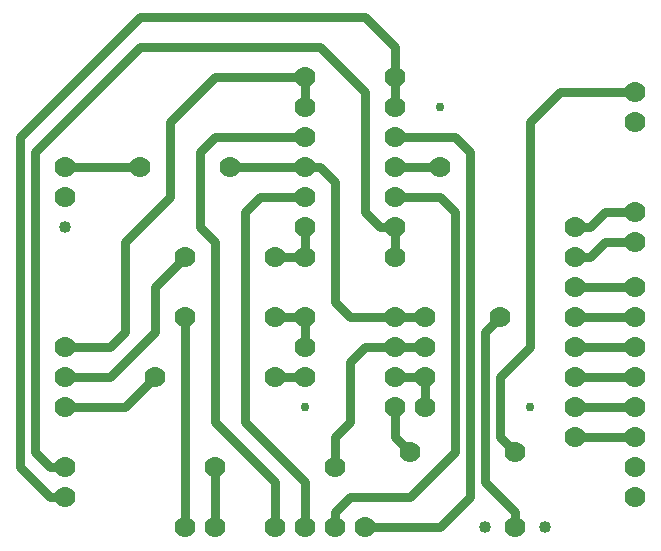
<source format=gbl>
G04 (created by PCBNEW (2013-07-07 BZR 4022)-stable) date 17/05/2017 16:52:46*
%MOIN*%
G04 Gerber Fmt 3.4, Leading zero omitted, Abs format*
%FSLAX34Y34*%
G01*
G70*
G90*
G04 APERTURE LIST*
%ADD10C,0.00590551*%
%ADD11C,0.07*%
%ADD12C,0.03*%
%ADD13C,0.04*%
%ADD14C,0.03*%
G04 APERTURE END LIST*
G54D10*
G54D11*
X55000Y-39000D03*
X55000Y-45000D03*
X55000Y-46000D03*
X55000Y-47000D03*
X55000Y-49000D03*
X55000Y-50000D03*
X55000Y-40000D03*
X74000Y-50000D03*
X74000Y-49000D03*
X74000Y-48000D03*
X74000Y-47000D03*
X74000Y-46000D03*
X74000Y-45000D03*
X74000Y-44000D03*
X74000Y-43000D03*
X74000Y-41500D03*
X74000Y-40500D03*
X74000Y-37500D03*
X74000Y-36500D03*
X63000Y-36000D03*
X66000Y-36000D03*
X63000Y-37000D03*
X63000Y-38000D03*
X63000Y-39000D03*
X63000Y-40000D03*
X63000Y-41000D03*
X63000Y-42000D03*
X66000Y-37000D03*
X66000Y-38000D03*
X66000Y-39000D03*
X66000Y-40000D03*
X66000Y-41000D03*
X66000Y-42000D03*
X63000Y-44000D03*
X63000Y-45000D03*
X63000Y-46000D03*
X66000Y-44000D03*
X66000Y-45000D03*
X66000Y-46000D03*
X66000Y-47000D03*
X59000Y-51000D03*
X60000Y-51000D03*
X62000Y-51000D03*
X63000Y-51000D03*
X64000Y-51000D03*
X65000Y-51000D03*
X70000Y-51000D03*
X72000Y-41000D03*
X72000Y-48000D03*
X72000Y-47000D03*
X72000Y-46000D03*
X72000Y-45000D03*
X72000Y-44000D03*
X72000Y-43000D03*
X72000Y-42000D03*
X57500Y-39000D03*
X59000Y-44000D03*
X62000Y-44000D03*
X62000Y-46000D03*
X58000Y-46000D03*
X60500Y-39000D03*
X62000Y-42000D03*
X59000Y-42000D03*
X67000Y-46000D03*
X67000Y-45000D03*
X67000Y-47000D03*
X60000Y-49000D03*
X64000Y-49000D03*
X67000Y-44000D03*
X69500Y-44000D03*
X66500Y-48500D03*
X70000Y-48500D03*
X67500Y-39000D03*
G54D12*
X63000Y-47000D03*
G54D13*
X55000Y-41000D03*
X69000Y-51000D03*
X71000Y-51000D03*
G54D12*
X67500Y-37000D03*
X70500Y-47000D03*
G54D14*
X66000Y-39000D02*
X67500Y-39000D01*
X65000Y-34000D02*
X57500Y-34000D01*
X54500Y-50000D02*
X53500Y-49000D01*
X66000Y-36000D02*
X66000Y-35000D01*
X65000Y-34000D02*
X66000Y-35000D01*
X54500Y-50000D02*
X55000Y-50000D01*
X53500Y-38000D02*
X53500Y-49000D01*
X57500Y-34000D02*
X53500Y-38000D01*
X63500Y-35000D02*
X57500Y-35000D01*
X66000Y-41000D02*
X65500Y-41000D01*
X65000Y-40500D02*
X65500Y-41000D01*
X65000Y-36500D02*
X65000Y-40500D01*
X63500Y-35000D02*
X65000Y-36500D01*
X54500Y-49000D02*
X54000Y-48500D01*
X54500Y-49000D02*
X55000Y-49000D01*
X54000Y-38500D02*
X54000Y-48500D01*
X57500Y-35000D02*
X54000Y-38500D01*
X74000Y-36500D02*
X71500Y-36500D01*
X70500Y-39500D02*
X70500Y-45000D01*
X70500Y-45000D02*
X69500Y-46000D01*
X69500Y-46000D02*
X69500Y-48000D01*
X69500Y-48000D02*
X70000Y-48500D01*
X70500Y-37500D02*
X70500Y-39500D01*
X71500Y-36500D02*
X70500Y-37500D01*
X74000Y-36500D02*
X73500Y-36500D01*
X66000Y-47000D02*
X66000Y-48000D01*
X66000Y-48000D02*
X66500Y-48500D01*
X69500Y-44000D02*
X69000Y-44500D01*
X70000Y-50500D02*
X70000Y-51000D01*
X69000Y-49500D02*
X70000Y-50500D01*
X69000Y-44500D02*
X69000Y-49500D01*
X64000Y-49000D02*
X64000Y-48000D01*
X65000Y-45000D02*
X66000Y-45000D01*
X64500Y-45500D02*
X65000Y-45000D01*
X64500Y-47500D02*
X64500Y-45500D01*
X64000Y-48000D02*
X64500Y-47500D01*
X67000Y-44000D02*
X66000Y-44000D01*
X66000Y-38000D02*
X68000Y-38000D01*
X67000Y-51000D02*
X65000Y-51000D01*
X67500Y-51000D02*
X67000Y-51000D01*
X68500Y-50000D02*
X67500Y-51000D01*
X68500Y-38500D02*
X68500Y-50000D01*
X68000Y-38000D02*
X68500Y-38500D01*
X63000Y-39000D02*
X63500Y-39000D01*
X64000Y-43500D02*
X64500Y-44000D01*
X64500Y-44000D02*
X66000Y-44000D01*
X64000Y-39500D02*
X64000Y-43500D01*
X63500Y-39000D02*
X64000Y-39500D01*
X60500Y-39000D02*
X63000Y-39000D01*
X61500Y-38000D02*
X60000Y-38000D01*
X62000Y-51000D02*
X62000Y-49500D01*
X61500Y-38000D02*
X63000Y-38000D01*
X60000Y-47500D02*
X62000Y-49500D01*
X60000Y-41500D02*
X60000Y-47500D01*
X59500Y-41000D02*
X60000Y-41500D01*
X59500Y-38500D02*
X59500Y-41000D01*
X60000Y-38000D02*
X59500Y-38500D01*
X60000Y-49000D02*
X60000Y-51000D01*
X61000Y-47500D02*
X63000Y-49500D01*
X61000Y-40500D02*
X61500Y-40000D01*
X63000Y-40000D02*
X61500Y-40000D01*
X61000Y-43000D02*
X61000Y-47500D01*
X63000Y-49500D02*
X63000Y-51000D01*
X61000Y-43000D02*
X61000Y-40500D01*
X64000Y-51000D02*
X64000Y-50500D01*
X68000Y-40500D02*
X67500Y-40000D01*
X67500Y-40000D02*
X66000Y-40000D01*
X68000Y-42500D02*
X68000Y-47500D01*
X68000Y-42500D02*
X68000Y-40500D01*
X68000Y-48500D02*
X68000Y-47500D01*
X66500Y-50000D02*
X68000Y-48500D01*
X64500Y-50000D02*
X66500Y-50000D01*
X64000Y-50500D02*
X64500Y-50000D01*
X67000Y-47000D02*
X67000Y-46000D01*
X66000Y-46000D02*
X67000Y-46000D01*
X66000Y-45000D02*
X67000Y-45000D01*
X62000Y-46000D02*
X63000Y-46000D01*
X62000Y-44000D02*
X63000Y-44000D01*
X62000Y-42000D02*
X63000Y-42000D01*
X55000Y-46000D02*
X56500Y-46000D01*
X58000Y-43000D02*
X59000Y-42000D01*
X58000Y-44500D02*
X58000Y-43000D01*
X56500Y-46000D02*
X58000Y-44500D01*
X58500Y-37500D02*
X58500Y-40000D01*
X58500Y-37500D02*
X60000Y-36000D01*
X63000Y-36000D02*
X60000Y-36000D01*
X56500Y-45000D02*
X55000Y-45000D01*
X57000Y-44500D02*
X56500Y-45000D01*
X57000Y-41500D02*
X57000Y-44500D01*
X58500Y-40000D02*
X57000Y-41500D01*
X57500Y-39000D02*
X55000Y-39000D01*
X55000Y-47000D02*
X57000Y-47000D01*
X57000Y-47000D02*
X58000Y-46000D01*
X59000Y-44000D02*
X59000Y-46000D01*
X59000Y-46000D02*
X59000Y-51000D01*
X72000Y-41000D02*
X72500Y-41000D01*
X73000Y-40500D02*
X74000Y-40500D01*
X72500Y-41000D02*
X73000Y-40500D01*
X72000Y-42000D02*
X72500Y-42000D01*
X73000Y-41500D02*
X74000Y-41500D01*
X72500Y-42000D02*
X73000Y-41500D01*
X74000Y-43000D02*
X72000Y-43000D01*
X74000Y-44000D02*
X72000Y-44000D01*
X74000Y-45000D02*
X72000Y-45000D01*
X74000Y-46000D02*
X72000Y-46000D01*
X74000Y-47000D02*
X72000Y-47000D01*
X74000Y-48000D02*
X72000Y-48000D01*
X63000Y-44000D02*
X63000Y-45000D01*
X66000Y-41000D02*
X66000Y-42000D01*
X63000Y-41000D02*
X63000Y-42000D01*
X66000Y-36000D02*
X66000Y-37000D01*
X63000Y-36000D02*
X63000Y-37000D01*
M02*

</source>
